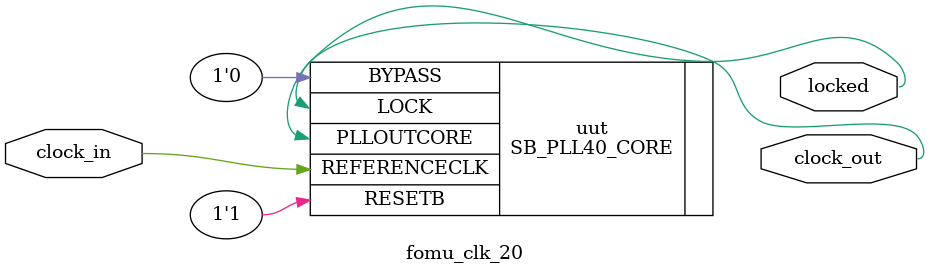
<source format=v>
/**
 * PLL configuration
 *
 * This Verilog module was generated automatically
 * using the icepll tool from the IceStorm project.
 * Use at your own risk.
 *
 * Given input frequency:        48.000 MHz
 * Requested output frequency:   20.000 MHz
 * Achieved output frequency:    20.000 MHz
 */

module fomu_clk_20(
	input  clock_in,
	output clock_out,
	output locked
	);

SB_PLL40_CORE #(
		.FEEDBACK_PATH("SIMPLE"),
		.DIVR(4'b0010),		// DIVR =  2
		.DIVF(7'b0100111),	// DIVF = 39
		.DIVQ(3'b101),		// DIVQ =  5
		.FILTER_RANGE(3'b001)	// FILTER_RANGE = 1
	) uut (
		.LOCK(locked),
		.RESETB(1'b1),
		.BYPASS(1'b0),
		.REFERENCECLK(clock_in),
		.PLLOUTCORE(clock_out)
		);

endmodule

</source>
